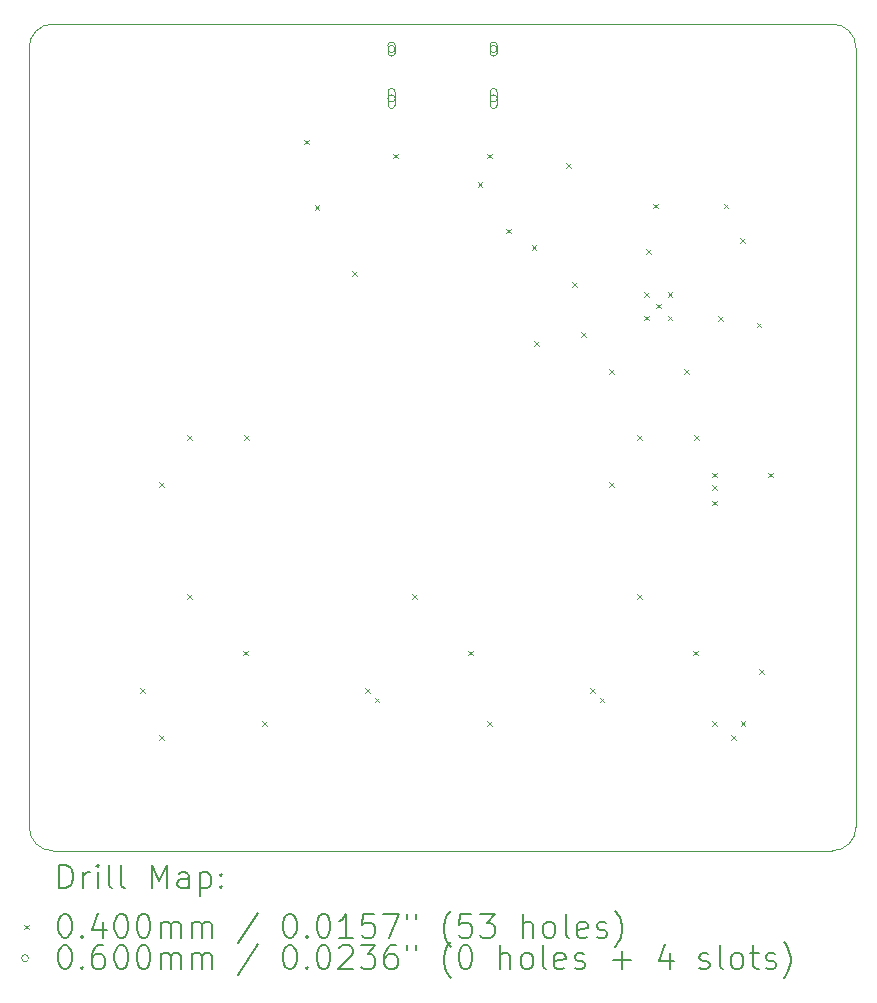
<source format=gbr>
%TF.GenerationSoftware,KiCad,Pcbnew,7.0.9*%
%TF.CreationDate,2023-11-15T15:13:36+00:00*%
%TF.ProjectId,analog,616e616c-6f67-42e6-9b69-6361645f7063,1*%
%TF.SameCoordinates,Original*%
%TF.FileFunction,Drillmap*%
%TF.FilePolarity,Positive*%
%FSLAX45Y45*%
G04 Gerber Fmt 4.5, Leading zero omitted, Abs format (unit mm)*
G04 Created by KiCad (PCBNEW 7.0.9) date 2023-11-15 15:13:36*
%MOMM*%
%LPD*%
G01*
G04 APERTURE LIST*
%ADD10C,0.100000*%
%ADD11C,0.200000*%
G04 APERTURE END LIST*
D10*
X8380000Y-1580000D02*
X1780000Y-1580000D01*
X8380000Y-8580000D02*
G75*
G03*
X8580000Y-8380000I-10J200010D01*
G01*
X8580000Y-1780000D02*
X8580000Y-8380000D01*
X8380000Y-8580000D02*
X1780000Y-8580000D01*
X1580000Y-8380000D02*
G75*
G03*
X1780000Y-8580000I199996J-4D01*
G01*
X1580000Y-8380000D02*
X1580000Y-1780000D01*
X1780000Y-1580000D02*
G75*
G03*
X1580000Y-1780000I0J-200000D01*
G01*
X8580000Y-1780000D02*
G75*
G03*
X8380000Y-1580000I-200000J0D01*
G01*
D11*
D10*
X2520000Y-7203125D02*
X2560000Y-7243125D01*
X2560000Y-7203125D02*
X2520000Y-7243125D01*
X2678750Y-5456875D02*
X2718750Y-5496875D01*
X2718750Y-5456875D02*
X2678750Y-5496875D01*
X2678750Y-7600000D02*
X2718750Y-7640000D01*
X2718750Y-7600000D02*
X2678750Y-7640000D01*
X2916873Y-5060000D02*
X2956873Y-5100000D01*
X2956873Y-5060000D02*
X2916873Y-5100000D01*
X2916875Y-6409375D02*
X2956875Y-6449375D01*
X2956875Y-6409375D02*
X2916875Y-6449375D01*
X3393125Y-6885625D02*
X3433125Y-6925625D01*
X3433125Y-6885625D02*
X3393125Y-6925625D01*
X3400000Y-5060000D02*
X3440000Y-5100000D01*
X3440000Y-5060000D02*
X3400000Y-5100000D01*
X3551875Y-7480000D02*
X3591875Y-7520000D01*
X3591875Y-7480000D02*
X3551875Y-7520000D01*
X3910000Y-2560000D02*
X3950000Y-2600000D01*
X3950000Y-2560000D02*
X3910000Y-2600000D01*
X3996250Y-3115000D02*
X4036250Y-3155000D01*
X4036250Y-3115000D02*
X3996250Y-3155000D01*
X4313750Y-3670625D02*
X4353750Y-3710625D01*
X4353750Y-3670625D02*
X4313750Y-3710625D01*
X4425000Y-7203125D02*
X4465000Y-7243125D01*
X4465000Y-7203125D02*
X4425000Y-7243125D01*
X4504375Y-7282500D02*
X4544375Y-7322500D01*
X4544375Y-7282500D02*
X4504375Y-7322500D01*
X4663125Y-2678750D02*
X4703125Y-2718750D01*
X4703125Y-2678750D02*
X4663125Y-2718750D01*
X4821875Y-6409375D02*
X4861875Y-6449375D01*
X4861875Y-6409375D02*
X4821875Y-6449375D01*
X5298125Y-6885625D02*
X5338125Y-6925625D01*
X5338125Y-6885625D02*
X5298125Y-6925625D01*
X5377500Y-2916875D02*
X5417500Y-2956875D01*
X5417500Y-2916875D02*
X5377500Y-2956875D01*
X5456875Y-2678750D02*
X5496875Y-2718750D01*
X5496875Y-2678750D02*
X5456875Y-2718750D01*
X5456875Y-7480000D02*
X5496875Y-7520000D01*
X5496875Y-7480000D02*
X5456875Y-7520000D01*
X5615625Y-3313750D02*
X5655625Y-3353750D01*
X5655625Y-3313750D02*
X5615625Y-3353750D01*
X5833907Y-3452655D02*
X5873907Y-3492655D01*
X5873907Y-3452655D02*
X5833907Y-3492655D01*
X5853750Y-4266250D02*
X5893750Y-4306250D01*
X5893750Y-4266250D02*
X5853750Y-4306250D01*
X6123625Y-2758125D02*
X6163625Y-2798125D01*
X6163625Y-2758125D02*
X6123625Y-2798125D01*
X6177065Y-3764341D02*
X6217065Y-3804341D01*
X6217065Y-3764341D02*
X6177065Y-3804341D01*
X6250625Y-4186875D02*
X6290625Y-4226875D01*
X6290625Y-4186875D02*
X6250625Y-4226875D01*
X6330000Y-7203125D02*
X6370000Y-7243125D01*
X6370000Y-7203125D02*
X6330000Y-7243125D01*
X6409375Y-7282500D02*
X6449375Y-7322500D01*
X6449375Y-7282500D02*
X6409375Y-7322500D01*
X6488750Y-4504375D02*
X6528750Y-4544375D01*
X6528750Y-4504375D02*
X6488750Y-4544375D01*
X6488750Y-5456875D02*
X6528750Y-5496875D01*
X6528750Y-5456875D02*
X6488750Y-5496875D01*
X6726875Y-6409375D02*
X6766875Y-6449375D01*
X6766875Y-6409375D02*
X6726875Y-6449375D01*
X6726876Y-5060000D02*
X6766876Y-5100000D01*
X6766876Y-5060000D02*
X6726876Y-5100000D01*
X6785625Y-3848750D02*
X6825625Y-3888750D01*
X6825625Y-3848750D02*
X6785625Y-3888750D01*
X6785625Y-4048750D02*
X6825625Y-4088750D01*
X6825625Y-4048750D02*
X6785625Y-4088750D01*
X6805625Y-3486138D02*
X6845625Y-3526138D01*
X6845625Y-3486138D02*
X6805625Y-3526138D01*
X6860000Y-3100000D02*
X6900000Y-3140000D01*
X6900000Y-3100000D02*
X6860000Y-3140000D01*
X6885625Y-3948750D02*
X6925625Y-3988750D01*
X6925625Y-3948750D02*
X6885625Y-3988750D01*
X6985625Y-3848750D02*
X7025625Y-3888750D01*
X7025625Y-3848750D02*
X6985625Y-3888750D01*
X6985625Y-4048750D02*
X7025625Y-4088750D01*
X7025625Y-4048750D02*
X6985625Y-4088750D01*
X7123750Y-4504375D02*
X7163750Y-4544375D01*
X7163750Y-4504375D02*
X7123750Y-4544375D01*
X7203125Y-6885625D02*
X7243125Y-6925625D01*
X7243125Y-6885625D02*
X7203125Y-6925625D01*
X7210000Y-5060000D02*
X7250000Y-5100000D01*
X7250000Y-5060000D02*
X7210000Y-5100000D01*
X7361875Y-5377500D02*
X7401875Y-5417500D01*
X7401875Y-5377500D02*
X7361875Y-5417500D01*
X7361875Y-5481710D02*
X7401875Y-5521710D01*
X7401875Y-5481710D02*
X7361875Y-5521710D01*
X7361875Y-5615625D02*
X7401875Y-5655625D01*
X7401875Y-5615625D02*
X7361875Y-5655625D01*
X7361875Y-7480000D02*
X7401875Y-7520000D01*
X7401875Y-7480000D02*
X7361875Y-7520000D01*
X7413001Y-4050968D02*
X7453001Y-4090968D01*
X7453001Y-4050968D02*
X7413001Y-4090968D01*
X7460000Y-3100000D02*
X7500000Y-3140000D01*
X7500000Y-3100000D02*
X7460000Y-3140000D01*
X7520625Y-7600000D02*
X7560625Y-7640000D01*
X7560625Y-7600000D02*
X7520625Y-7640000D01*
X7600000Y-3393125D02*
X7640000Y-3433125D01*
X7640000Y-3393125D02*
X7600000Y-3433125D01*
X7603404Y-7480000D02*
X7643404Y-7520000D01*
X7643404Y-7480000D02*
X7603404Y-7520000D01*
X7738908Y-4107499D02*
X7778908Y-4147499D01*
X7778908Y-4107499D02*
X7738908Y-4147499D01*
X7758750Y-7044375D02*
X7798750Y-7084375D01*
X7798750Y-7044375D02*
X7758750Y-7084375D01*
X7838125Y-5377500D02*
X7878125Y-5417500D01*
X7878125Y-5377500D02*
X7838125Y-5417500D01*
X4678000Y-1792500D02*
G75*
G03*
X4678000Y-1792500I-30000J0D01*
G01*
X4618000Y-1762500D02*
X4618000Y-1822500D01*
X4618000Y-1822500D02*
G75*
G03*
X4678000Y-1822500I30000J0D01*
G01*
X4678000Y-1822500D02*
X4678000Y-1762500D01*
X4678000Y-1762500D02*
G75*
G03*
X4618000Y-1762500I-30000J0D01*
G01*
X4678000Y-2210500D02*
G75*
G03*
X4678000Y-2210500I-30000J0D01*
G01*
X4618000Y-2155500D02*
X4618000Y-2265500D01*
X4618000Y-2265500D02*
G75*
G03*
X4678000Y-2265500I30000J0D01*
G01*
X4678000Y-2265500D02*
X4678000Y-2155500D01*
X4678000Y-2155500D02*
G75*
G03*
X4618000Y-2155500I-30000J0D01*
G01*
X5542000Y-1792500D02*
G75*
G03*
X5542000Y-1792500I-30000J0D01*
G01*
X5482000Y-1762500D02*
X5482000Y-1822500D01*
X5482000Y-1822500D02*
G75*
G03*
X5542000Y-1822500I30000J0D01*
G01*
X5542000Y-1822500D02*
X5542000Y-1762500D01*
X5542000Y-1762500D02*
G75*
G03*
X5482000Y-1762500I-30000J0D01*
G01*
X5542000Y-2210500D02*
G75*
G03*
X5542000Y-2210500I-30000J0D01*
G01*
X5482000Y-2155500D02*
X5482000Y-2265500D01*
X5482000Y-2265500D02*
G75*
G03*
X5542000Y-2265500I30000J0D01*
G01*
X5542000Y-2265500D02*
X5542000Y-2155500D01*
X5542000Y-2155500D02*
G75*
G03*
X5482000Y-2155500I-30000J0D01*
G01*
D11*
X1835777Y-8896484D02*
X1835777Y-8696484D01*
X1835777Y-8696484D02*
X1883396Y-8696484D01*
X1883396Y-8696484D02*
X1911967Y-8706008D01*
X1911967Y-8706008D02*
X1931015Y-8725055D01*
X1931015Y-8725055D02*
X1940539Y-8744103D01*
X1940539Y-8744103D02*
X1950062Y-8782198D01*
X1950062Y-8782198D02*
X1950062Y-8810770D01*
X1950062Y-8810770D02*
X1940539Y-8848865D01*
X1940539Y-8848865D02*
X1931015Y-8867912D01*
X1931015Y-8867912D02*
X1911967Y-8886960D01*
X1911967Y-8886960D02*
X1883396Y-8896484D01*
X1883396Y-8896484D02*
X1835777Y-8896484D01*
X2035777Y-8896484D02*
X2035777Y-8763150D01*
X2035777Y-8801246D02*
X2045301Y-8782198D01*
X2045301Y-8782198D02*
X2054824Y-8772674D01*
X2054824Y-8772674D02*
X2073872Y-8763150D01*
X2073872Y-8763150D02*
X2092920Y-8763150D01*
X2159586Y-8896484D02*
X2159586Y-8763150D01*
X2159586Y-8696484D02*
X2150063Y-8706008D01*
X2150063Y-8706008D02*
X2159586Y-8715531D01*
X2159586Y-8715531D02*
X2169110Y-8706008D01*
X2169110Y-8706008D02*
X2159586Y-8696484D01*
X2159586Y-8696484D02*
X2159586Y-8715531D01*
X2283396Y-8896484D02*
X2264348Y-8886960D01*
X2264348Y-8886960D02*
X2254824Y-8867912D01*
X2254824Y-8867912D02*
X2254824Y-8696484D01*
X2388158Y-8896484D02*
X2369110Y-8886960D01*
X2369110Y-8886960D02*
X2359586Y-8867912D01*
X2359586Y-8867912D02*
X2359586Y-8696484D01*
X2616729Y-8896484D02*
X2616729Y-8696484D01*
X2616729Y-8696484D02*
X2683396Y-8839341D01*
X2683396Y-8839341D02*
X2750063Y-8696484D01*
X2750063Y-8696484D02*
X2750063Y-8896484D01*
X2931015Y-8896484D02*
X2931015Y-8791722D01*
X2931015Y-8791722D02*
X2921491Y-8772674D01*
X2921491Y-8772674D02*
X2902443Y-8763150D01*
X2902443Y-8763150D02*
X2864348Y-8763150D01*
X2864348Y-8763150D02*
X2845301Y-8772674D01*
X2931015Y-8886960D02*
X2911967Y-8896484D01*
X2911967Y-8896484D02*
X2864348Y-8896484D01*
X2864348Y-8896484D02*
X2845301Y-8886960D01*
X2845301Y-8886960D02*
X2835777Y-8867912D01*
X2835777Y-8867912D02*
X2835777Y-8848865D01*
X2835777Y-8848865D02*
X2845301Y-8829817D01*
X2845301Y-8829817D02*
X2864348Y-8820293D01*
X2864348Y-8820293D02*
X2911967Y-8820293D01*
X2911967Y-8820293D02*
X2931015Y-8810770D01*
X3026253Y-8763150D02*
X3026253Y-8963150D01*
X3026253Y-8772674D02*
X3045301Y-8763150D01*
X3045301Y-8763150D02*
X3083396Y-8763150D01*
X3083396Y-8763150D02*
X3102443Y-8772674D01*
X3102443Y-8772674D02*
X3111967Y-8782198D01*
X3111967Y-8782198D02*
X3121491Y-8801246D01*
X3121491Y-8801246D02*
X3121491Y-8858389D01*
X3121491Y-8858389D02*
X3111967Y-8877436D01*
X3111967Y-8877436D02*
X3102443Y-8886960D01*
X3102443Y-8886960D02*
X3083396Y-8896484D01*
X3083396Y-8896484D02*
X3045301Y-8896484D01*
X3045301Y-8896484D02*
X3026253Y-8886960D01*
X3207205Y-8877436D02*
X3216729Y-8886960D01*
X3216729Y-8886960D02*
X3207205Y-8896484D01*
X3207205Y-8896484D02*
X3197682Y-8886960D01*
X3197682Y-8886960D02*
X3207205Y-8877436D01*
X3207205Y-8877436D02*
X3207205Y-8896484D01*
X3207205Y-8772674D02*
X3216729Y-8782198D01*
X3216729Y-8782198D02*
X3207205Y-8791722D01*
X3207205Y-8791722D02*
X3197682Y-8782198D01*
X3197682Y-8782198D02*
X3207205Y-8772674D01*
X3207205Y-8772674D02*
X3207205Y-8791722D01*
D10*
X1535000Y-9205000D02*
X1575000Y-9245000D01*
X1575000Y-9205000D02*
X1535000Y-9245000D01*
D11*
X1873872Y-9116484D02*
X1892920Y-9116484D01*
X1892920Y-9116484D02*
X1911967Y-9126008D01*
X1911967Y-9126008D02*
X1921491Y-9135531D01*
X1921491Y-9135531D02*
X1931015Y-9154579D01*
X1931015Y-9154579D02*
X1940539Y-9192674D01*
X1940539Y-9192674D02*
X1940539Y-9240293D01*
X1940539Y-9240293D02*
X1931015Y-9278389D01*
X1931015Y-9278389D02*
X1921491Y-9297436D01*
X1921491Y-9297436D02*
X1911967Y-9306960D01*
X1911967Y-9306960D02*
X1892920Y-9316484D01*
X1892920Y-9316484D02*
X1873872Y-9316484D01*
X1873872Y-9316484D02*
X1854824Y-9306960D01*
X1854824Y-9306960D02*
X1845301Y-9297436D01*
X1845301Y-9297436D02*
X1835777Y-9278389D01*
X1835777Y-9278389D02*
X1826253Y-9240293D01*
X1826253Y-9240293D02*
X1826253Y-9192674D01*
X1826253Y-9192674D02*
X1835777Y-9154579D01*
X1835777Y-9154579D02*
X1845301Y-9135531D01*
X1845301Y-9135531D02*
X1854824Y-9126008D01*
X1854824Y-9126008D02*
X1873872Y-9116484D01*
X2026253Y-9297436D02*
X2035777Y-9306960D01*
X2035777Y-9306960D02*
X2026253Y-9316484D01*
X2026253Y-9316484D02*
X2016729Y-9306960D01*
X2016729Y-9306960D02*
X2026253Y-9297436D01*
X2026253Y-9297436D02*
X2026253Y-9316484D01*
X2207205Y-9183150D02*
X2207205Y-9316484D01*
X2159586Y-9106960D02*
X2111967Y-9249817D01*
X2111967Y-9249817D02*
X2235777Y-9249817D01*
X2350063Y-9116484D02*
X2369110Y-9116484D01*
X2369110Y-9116484D02*
X2388158Y-9126008D01*
X2388158Y-9126008D02*
X2397682Y-9135531D01*
X2397682Y-9135531D02*
X2407205Y-9154579D01*
X2407205Y-9154579D02*
X2416729Y-9192674D01*
X2416729Y-9192674D02*
X2416729Y-9240293D01*
X2416729Y-9240293D02*
X2407205Y-9278389D01*
X2407205Y-9278389D02*
X2397682Y-9297436D01*
X2397682Y-9297436D02*
X2388158Y-9306960D01*
X2388158Y-9306960D02*
X2369110Y-9316484D01*
X2369110Y-9316484D02*
X2350063Y-9316484D01*
X2350063Y-9316484D02*
X2331015Y-9306960D01*
X2331015Y-9306960D02*
X2321491Y-9297436D01*
X2321491Y-9297436D02*
X2311967Y-9278389D01*
X2311967Y-9278389D02*
X2302444Y-9240293D01*
X2302444Y-9240293D02*
X2302444Y-9192674D01*
X2302444Y-9192674D02*
X2311967Y-9154579D01*
X2311967Y-9154579D02*
X2321491Y-9135531D01*
X2321491Y-9135531D02*
X2331015Y-9126008D01*
X2331015Y-9126008D02*
X2350063Y-9116484D01*
X2540539Y-9116484D02*
X2559586Y-9116484D01*
X2559586Y-9116484D02*
X2578634Y-9126008D01*
X2578634Y-9126008D02*
X2588158Y-9135531D01*
X2588158Y-9135531D02*
X2597682Y-9154579D01*
X2597682Y-9154579D02*
X2607205Y-9192674D01*
X2607205Y-9192674D02*
X2607205Y-9240293D01*
X2607205Y-9240293D02*
X2597682Y-9278389D01*
X2597682Y-9278389D02*
X2588158Y-9297436D01*
X2588158Y-9297436D02*
X2578634Y-9306960D01*
X2578634Y-9306960D02*
X2559586Y-9316484D01*
X2559586Y-9316484D02*
X2540539Y-9316484D01*
X2540539Y-9316484D02*
X2521491Y-9306960D01*
X2521491Y-9306960D02*
X2511967Y-9297436D01*
X2511967Y-9297436D02*
X2502444Y-9278389D01*
X2502444Y-9278389D02*
X2492920Y-9240293D01*
X2492920Y-9240293D02*
X2492920Y-9192674D01*
X2492920Y-9192674D02*
X2502444Y-9154579D01*
X2502444Y-9154579D02*
X2511967Y-9135531D01*
X2511967Y-9135531D02*
X2521491Y-9126008D01*
X2521491Y-9126008D02*
X2540539Y-9116484D01*
X2692920Y-9316484D02*
X2692920Y-9183150D01*
X2692920Y-9202198D02*
X2702444Y-9192674D01*
X2702444Y-9192674D02*
X2721491Y-9183150D01*
X2721491Y-9183150D02*
X2750063Y-9183150D01*
X2750063Y-9183150D02*
X2769110Y-9192674D01*
X2769110Y-9192674D02*
X2778634Y-9211722D01*
X2778634Y-9211722D02*
X2778634Y-9316484D01*
X2778634Y-9211722D02*
X2788158Y-9192674D01*
X2788158Y-9192674D02*
X2807205Y-9183150D01*
X2807205Y-9183150D02*
X2835777Y-9183150D01*
X2835777Y-9183150D02*
X2854824Y-9192674D01*
X2854824Y-9192674D02*
X2864348Y-9211722D01*
X2864348Y-9211722D02*
X2864348Y-9316484D01*
X2959586Y-9316484D02*
X2959586Y-9183150D01*
X2959586Y-9202198D02*
X2969110Y-9192674D01*
X2969110Y-9192674D02*
X2988158Y-9183150D01*
X2988158Y-9183150D02*
X3016729Y-9183150D01*
X3016729Y-9183150D02*
X3035777Y-9192674D01*
X3035777Y-9192674D02*
X3045301Y-9211722D01*
X3045301Y-9211722D02*
X3045301Y-9316484D01*
X3045301Y-9211722D02*
X3054824Y-9192674D01*
X3054824Y-9192674D02*
X3073872Y-9183150D01*
X3073872Y-9183150D02*
X3102443Y-9183150D01*
X3102443Y-9183150D02*
X3121491Y-9192674D01*
X3121491Y-9192674D02*
X3131015Y-9211722D01*
X3131015Y-9211722D02*
X3131015Y-9316484D01*
X3521491Y-9106960D02*
X3350063Y-9364103D01*
X3778634Y-9116484D02*
X3797682Y-9116484D01*
X3797682Y-9116484D02*
X3816729Y-9126008D01*
X3816729Y-9126008D02*
X3826253Y-9135531D01*
X3826253Y-9135531D02*
X3835777Y-9154579D01*
X3835777Y-9154579D02*
X3845301Y-9192674D01*
X3845301Y-9192674D02*
X3845301Y-9240293D01*
X3845301Y-9240293D02*
X3835777Y-9278389D01*
X3835777Y-9278389D02*
X3826253Y-9297436D01*
X3826253Y-9297436D02*
X3816729Y-9306960D01*
X3816729Y-9306960D02*
X3797682Y-9316484D01*
X3797682Y-9316484D02*
X3778634Y-9316484D01*
X3778634Y-9316484D02*
X3759586Y-9306960D01*
X3759586Y-9306960D02*
X3750063Y-9297436D01*
X3750063Y-9297436D02*
X3740539Y-9278389D01*
X3740539Y-9278389D02*
X3731015Y-9240293D01*
X3731015Y-9240293D02*
X3731015Y-9192674D01*
X3731015Y-9192674D02*
X3740539Y-9154579D01*
X3740539Y-9154579D02*
X3750063Y-9135531D01*
X3750063Y-9135531D02*
X3759586Y-9126008D01*
X3759586Y-9126008D02*
X3778634Y-9116484D01*
X3931015Y-9297436D02*
X3940539Y-9306960D01*
X3940539Y-9306960D02*
X3931015Y-9316484D01*
X3931015Y-9316484D02*
X3921491Y-9306960D01*
X3921491Y-9306960D02*
X3931015Y-9297436D01*
X3931015Y-9297436D02*
X3931015Y-9316484D01*
X4064348Y-9116484D02*
X4083396Y-9116484D01*
X4083396Y-9116484D02*
X4102444Y-9126008D01*
X4102444Y-9126008D02*
X4111967Y-9135531D01*
X4111967Y-9135531D02*
X4121491Y-9154579D01*
X4121491Y-9154579D02*
X4131015Y-9192674D01*
X4131015Y-9192674D02*
X4131015Y-9240293D01*
X4131015Y-9240293D02*
X4121491Y-9278389D01*
X4121491Y-9278389D02*
X4111967Y-9297436D01*
X4111967Y-9297436D02*
X4102444Y-9306960D01*
X4102444Y-9306960D02*
X4083396Y-9316484D01*
X4083396Y-9316484D02*
X4064348Y-9316484D01*
X4064348Y-9316484D02*
X4045301Y-9306960D01*
X4045301Y-9306960D02*
X4035777Y-9297436D01*
X4035777Y-9297436D02*
X4026253Y-9278389D01*
X4026253Y-9278389D02*
X4016729Y-9240293D01*
X4016729Y-9240293D02*
X4016729Y-9192674D01*
X4016729Y-9192674D02*
X4026253Y-9154579D01*
X4026253Y-9154579D02*
X4035777Y-9135531D01*
X4035777Y-9135531D02*
X4045301Y-9126008D01*
X4045301Y-9126008D02*
X4064348Y-9116484D01*
X4321491Y-9316484D02*
X4207206Y-9316484D01*
X4264348Y-9316484D02*
X4264348Y-9116484D01*
X4264348Y-9116484D02*
X4245301Y-9145055D01*
X4245301Y-9145055D02*
X4226253Y-9164103D01*
X4226253Y-9164103D02*
X4207206Y-9173627D01*
X4502444Y-9116484D02*
X4407206Y-9116484D01*
X4407206Y-9116484D02*
X4397682Y-9211722D01*
X4397682Y-9211722D02*
X4407206Y-9202198D01*
X4407206Y-9202198D02*
X4426253Y-9192674D01*
X4426253Y-9192674D02*
X4473872Y-9192674D01*
X4473872Y-9192674D02*
X4492920Y-9202198D01*
X4492920Y-9202198D02*
X4502444Y-9211722D01*
X4502444Y-9211722D02*
X4511968Y-9230770D01*
X4511968Y-9230770D02*
X4511968Y-9278389D01*
X4511968Y-9278389D02*
X4502444Y-9297436D01*
X4502444Y-9297436D02*
X4492920Y-9306960D01*
X4492920Y-9306960D02*
X4473872Y-9316484D01*
X4473872Y-9316484D02*
X4426253Y-9316484D01*
X4426253Y-9316484D02*
X4407206Y-9306960D01*
X4407206Y-9306960D02*
X4397682Y-9297436D01*
X4578634Y-9116484D02*
X4711968Y-9116484D01*
X4711968Y-9116484D02*
X4626253Y-9316484D01*
X4778634Y-9116484D02*
X4778634Y-9154579D01*
X4854825Y-9116484D02*
X4854825Y-9154579D01*
X5150063Y-9392674D02*
X5140539Y-9383150D01*
X5140539Y-9383150D02*
X5121491Y-9354579D01*
X5121491Y-9354579D02*
X5111968Y-9335531D01*
X5111968Y-9335531D02*
X5102444Y-9306960D01*
X5102444Y-9306960D02*
X5092920Y-9259341D01*
X5092920Y-9259341D02*
X5092920Y-9221246D01*
X5092920Y-9221246D02*
X5102444Y-9173627D01*
X5102444Y-9173627D02*
X5111968Y-9145055D01*
X5111968Y-9145055D02*
X5121491Y-9126008D01*
X5121491Y-9126008D02*
X5140539Y-9097436D01*
X5140539Y-9097436D02*
X5150063Y-9087912D01*
X5321491Y-9116484D02*
X5226253Y-9116484D01*
X5226253Y-9116484D02*
X5216730Y-9211722D01*
X5216730Y-9211722D02*
X5226253Y-9202198D01*
X5226253Y-9202198D02*
X5245301Y-9192674D01*
X5245301Y-9192674D02*
X5292920Y-9192674D01*
X5292920Y-9192674D02*
X5311968Y-9202198D01*
X5311968Y-9202198D02*
X5321491Y-9211722D01*
X5321491Y-9211722D02*
X5331015Y-9230770D01*
X5331015Y-9230770D02*
X5331015Y-9278389D01*
X5331015Y-9278389D02*
X5321491Y-9297436D01*
X5321491Y-9297436D02*
X5311968Y-9306960D01*
X5311968Y-9306960D02*
X5292920Y-9316484D01*
X5292920Y-9316484D02*
X5245301Y-9316484D01*
X5245301Y-9316484D02*
X5226253Y-9306960D01*
X5226253Y-9306960D02*
X5216730Y-9297436D01*
X5397682Y-9116484D02*
X5521491Y-9116484D01*
X5521491Y-9116484D02*
X5454825Y-9192674D01*
X5454825Y-9192674D02*
X5483396Y-9192674D01*
X5483396Y-9192674D02*
X5502444Y-9202198D01*
X5502444Y-9202198D02*
X5511968Y-9211722D01*
X5511968Y-9211722D02*
X5521491Y-9230770D01*
X5521491Y-9230770D02*
X5521491Y-9278389D01*
X5521491Y-9278389D02*
X5511968Y-9297436D01*
X5511968Y-9297436D02*
X5502444Y-9306960D01*
X5502444Y-9306960D02*
X5483396Y-9316484D01*
X5483396Y-9316484D02*
X5426253Y-9316484D01*
X5426253Y-9316484D02*
X5407206Y-9306960D01*
X5407206Y-9306960D02*
X5397682Y-9297436D01*
X5759587Y-9316484D02*
X5759587Y-9116484D01*
X5845301Y-9316484D02*
X5845301Y-9211722D01*
X5845301Y-9211722D02*
X5835777Y-9192674D01*
X5835777Y-9192674D02*
X5816730Y-9183150D01*
X5816730Y-9183150D02*
X5788158Y-9183150D01*
X5788158Y-9183150D02*
X5769110Y-9192674D01*
X5769110Y-9192674D02*
X5759587Y-9202198D01*
X5969110Y-9316484D02*
X5950063Y-9306960D01*
X5950063Y-9306960D02*
X5940539Y-9297436D01*
X5940539Y-9297436D02*
X5931015Y-9278389D01*
X5931015Y-9278389D02*
X5931015Y-9221246D01*
X5931015Y-9221246D02*
X5940539Y-9202198D01*
X5940539Y-9202198D02*
X5950063Y-9192674D01*
X5950063Y-9192674D02*
X5969110Y-9183150D01*
X5969110Y-9183150D02*
X5997682Y-9183150D01*
X5997682Y-9183150D02*
X6016730Y-9192674D01*
X6016730Y-9192674D02*
X6026253Y-9202198D01*
X6026253Y-9202198D02*
X6035777Y-9221246D01*
X6035777Y-9221246D02*
X6035777Y-9278389D01*
X6035777Y-9278389D02*
X6026253Y-9297436D01*
X6026253Y-9297436D02*
X6016730Y-9306960D01*
X6016730Y-9306960D02*
X5997682Y-9316484D01*
X5997682Y-9316484D02*
X5969110Y-9316484D01*
X6150063Y-9316484D02*
X6131015Y-9306960D01*
X6131015Y-9306960D02*
X6121491Y-9287912D01*
X6121491Y-9287912D02*
X6121491Y-9116484D01*
X6302444Y-9306960D02*
X6283396Y-9316484D01*
X6283396Y-9316484D02*
X6245301Y-9316484D01*
X6245301Y-9316484D02*
X6226253Y-9306960D01*
X6226253Y-9306960D02*
X6216730Y-9287912D01*
X6216730Y-9287912D02*
X6216730Y-9211722D01*
X6216730Y-9211722D02*
X6226253Y-9192674D01*
X6226253Y-9192674D02*
X6245301Y-9183150D01*
X6245301Y-9183150D02*
X6283396Y-9183150D01*
X6283396Y-9183150D02*
X6302444Y-9192674D01*
X6302444Y-9192674D02*
X6311968Y-9211722D01*
X6311968Y-9211722D02*
X6311968Y-9230770D01*
X6311968Y-9230770D02*
X6216730Y-9249817D01*
X6388158Y-9306960D02*
X6407206Y-9316484D01*
X6407206Y-9316484D02*
X6445301Y-9316484D01*
X6445301Y-9316484D02*
X6464349Y-9306960D01*
X6464349Y-9306960D02*
X6473872Y-9287912D01*
X6473872Y-9287912D02*
X6473872Y-9278389D01*
X6473872Y-9278389D02*
X6464349Y-9259341D01*
X6464349Y-9259341D02*
X6445301Y-9249817D01*
X6445301Y-9249817D02*
X6416730Y-9249817D01*
X6416730Y-9249817D02*
X6397682Y-9240293D01*
X6397682Y-9240293D02*
X6388158Y-9221246D01*
X6388158Y-9221246D02*
X6388158Y-9211722D01*
X6388158Y-9211722D02*
X6397682Y-9192674D01*
X6397682Y-9192674D02*
X6416730Y-9183150D01*
X6416730Y-9183150D02*
X6445301Y-9183150D01*
X6445301Y-9183150D02*
X6464349Y-9192674D01*
X6540539Y-9392674D02*
X6550063Y-9383150D01*
X6550063Y-9383150D02*
X6569111Y-9354579D01*
X6569111Y-9354579D02*
X6578634Y-9335531D01*
X6578634Y-9335531D02*
X6588158Y-9306960D01*
X6588158Y-9306960D02*
X6597682Y-9259341D01*
X6597682Y-9259341D02*
X6597682Y-9221246D01*
X6597682Y-9221246D02*
X6588158Y-9173627D01*
X6588158Y-9173627D02*
X6578634Y-9145055D01*
X6578634Y-9145055D02*
X6569111Y-9126008D01*
X6569111Y-9126008D02*
X6550063Y-9097436D01*
X6550063Y-9097436D02*
X6540539Y-9087912D01*
D10*
X1575000Y-9489000D02*
G75*
G03*
X1575000Y-9489000I-30000J0D01*
G01*
D11*
X1873872Y-9380484D02*
X1892920Y-9380484D01*
X1892920Y-9380484D02*
X1911967Y-9390008D01*
X1911967Y-9390008D02*
X1921491Y-9399531D01*
X1921491Y-9399531D02*
X1931015Y-9418579D01*
X1931015Y-9418579D02*
X1940539Y-9456674D01*
X1940539Y-9456674D02*
X1940539Y-9504293D01*
X1940539Y-9504293D02*
X1931015Y-9542389D01*
X1931015Y-9542389D02*
X1921491Y-9561436D01*
X1921491Y-9561436D02*
X1911967Y-9570960D01*
X1911967Y-9570960D02*
X1892920Y-9580484D01*
X1892920Y-9580484D02*
X1873872Y-9580484D01*
X1873872Y-9580484D02*
X1854824Y-9570960D01*
X1854824Y-9570960D02*
X1845301Y-9561436D01*
X1845301Y-9561436D02*
X1835777Y-9542389D01*
X1835777Y-9542389D02*
X1826253Y-9504293D01*
X1826253Y-9504293D02*
X1826253Y-9456674D01*
X1826253Y-9456674D02*
X1835777Y-9418579D01*
X1835777Y-9418579D02*
X1845301Y-9399531D01*
X1845301Y-9399531D02*
X1854824Y-9390008D01*
X1854824Y-9390008D02*
X1873872Y-9380484D01*
X2026253Y-9561436D02*
X2035777Y-9570960D01*
X2035777Y-9570960D02*
X2026253Y-9580484D01*
X2026253Y-9580484D02*
X2016729Y-9570960D01*
X2016729Y-9570960D02*
X2026253Y-9561436D01*
X2026253Y-9561436D02*
X2026253Y-9580484D01*
X2207205Y-9380484D02*
X2169110Y-9380484D01*
X2169110Y-9380484D02*
X2150063Y-9390008D01*
X2150063Y-9390008D02*
X2140539Y-9399531D01*
X2140539Y-9399531D02*
X2121491Y-9428103D01*
X2121491Y-9428103D02*
X2111967Y-9466198D01*
X2111967Y-9466198D02*
X2111967Y-9542389D01*
X2111967Y-9542389D02*
X2121491Y-9561436D01*
X2121491Y-9561436D02*
X2131015Y-9570960D01*
X2131015Y-9570960D02*
X2150063Y-9580484D01*
X2150063Y-9580484D02*
X2188158Y-9580484D01*
X2188158Y-9580484D02*
X2207205Y-9570960D01*
X2207205Y-9570960D02*
X2216729Y-9561436D01*
X2216729Y-9561436D02*
X2226253Y-9542389D01*
X2226253Y-9542389D02*
X2226253Y-9494770D01*
X2226253Y-9494770D02*
X2216729Y-9475722D01*
X2216729Y-9475722D02*
X2207205Y-9466198D01*
X2207205Y-9466198D02*
X2188158Y-9456674D01*
X2188158Y-9456674D02*
X2150063Y-9456674D01*
X2150063Y-9456674D02*
X2131015Y-9466198D01*
X2131015Y-9466198D02*
X2121491Y-9475722D01*
X2121491Y-9475722D02*
X2111967Y-9494770D01*
X2350063Y-9380484D02*
X2369110Y-9380484D01*
X2369110Y-9380484D02*
X2388158Y-9390008D01*
X2388158Y-9390008D02*
X2397682Y-9399531D01*
X2397682Y-9399531D02*
X2407205Y-9418579D01*
X2407205Y-9418579D02*
X2416729Y-9456674D01*
X2416729Y-9456674D02*
X2416729Y-9504293D01*
X2416729Y-9504293D02*
X2407205Y-9542389D01*
X2407205Y-9542389D02*
X2397682Y-9561436D01*
X2397682Y-9561436D02*
X2388158Y-9570960D01*
X2388158Y-9570960D02*
X2369110Y-9580484D01*
X2369110Y-9580484D02*
X2350063Y-9580484D01*
X2350063Y-9580484D02*
X2331015Y-9570960D01*
X2331015Y-9570960D02*
X2321491Y-9561436D01*
X2321491Y-9561436D02*
X2311967Y-9542389D01*
X2311967Y-9542389D02*
X2302444Y-9504293D01*
X2302444Y-9504293D02*
X2302444Y-9456674D01*
X2302444Y-9456674D02*
X2311967Y-9418579D01*
X2311967Y-9418579D02*
X2321491Y-9399531D01*
X2321491Y-9399531D02*
X2331015Y-9390008D01*
X2331015Y-9390008D02*
X2350063Y-9380484D01*
X2540539Y-9380484D02*
X2559586Y-9380484D01*
X2559586Y-9380484D02*
X2578634Y-9390008D01*
X2578634Y-9390008D02*
X2588158Y-9399531D01*
X2588158Y-9399531D02*
X2597682Y-9418579D01*
X2597682Y-9418579D02*
X2607205Y-9456674D01*
X2607205Y-9456674D02*
X2607205Y-9504293D01*
X2607205Y-9504293D02*
X2597682Y-9542389D01*
X2597682Y-9542389D02*
X2588158Y-9561436D01*
X2588158Y-9561436D02*
X2578634Y-9570960D01*
X2578634Y-9570960D02*
X2559586Y-9580484D01*
X2559586Y-9580484D02*
X2540539Y-9580484D01*
X2540539Y-9580484D02*
X2521491Y-9570960D01*
X2521491Y-9570960D02*
X2511967Y-9561436D01*
X2511967Y-9561436D02*
X2502444Y-9542389D01*
X2502444Y-9542389D02*
X2492920Y-9504293D01*
X2492920Y-9504293D02*
X2492920Y-9456674D01*
X2492920Y-9456674D02*
X2502444Y-9418579D01*
X2502444Y-9418579D02*
X2511967Y-9399531D01*
X2511967Y-9399531D02*
X2521491Y-9390008D01*
X2521491Y-9390008D02*
X2540539Y-9380484D01*
X2692920Y-9580484D02*
X2692920Y-9447150D01*
X2692920Y-9466198D02*
X2702444Y-9456674D01*
X2702444Y-9456674D02*
X2721491Y-9447150D01*
X2721491Y-9447150D02*
X2750063Y-9447150D01*
X2750063Y-9447150D02*
X2769110Y-9456674D01*
X2769110Y-9456674D02*
X2778634Y-9475722D01*
X2778634Y-9475722D02*
X2778634Y-9580484D01*
X2778634Y-9475722D02*
X2788158Y-9456674D01*
X2788158Y-9456674D02*
X2807205Y-9447150D01*
X2807205Y-9447150D02*
X2835777Y-9447150D01*
X2835777Y-9447150D02*
X2854824Y-9456674D01*
X2854824Y-9456674D02*
X2864348Y-9475722D01*
X2864348Y-9475722D02*
X2864348Y-9580484D01*
X2959586Y-9580484D02*
X2959586Y-9447150D01*
X2959586Y-9466198D02*
X2969110Y-9456674D01*
X2969110Y-9456674D02*
X2988158Y-9447150D01*
X2988158Y-9447150D02*
X3016729Y-9447150D01*
X3016729Y-9447150D02*
X3035777Y-9456674D01*
X3035777Y-9456674D02*
X3045301Y-9475722D01*
X3045301Y-9475722D02*
X3045301Y-9580484D01*
X3045301Y-9475722D02*
X3054824Y-9456674D01*
X3054824Y-9456674D02*
X3073872Y-9447150D01*
X3073872Y-9447150D02*
X3102443Y-9447150D01*
X3102443Y-9447150D02*
X3121491Y-9456674D01*
X3121491Y-9456674D02*
X3131015Y-9475722D01*
X3131015Y-9475722D02*
X3131015Y-9580484D01*
X3521491Y-9370960D02*
X3350063Y-9628103D01*
X3778634Y-9380484D02*
X3797682Y-9380484D01*
X3797682Y-9380484D02*
X3816729Y-9390008D01*
X3816729Y-9390008D02*
X3826253Y-9399531D01*
X3826253Y-9399531D02*
X3835777Y-9418579D01*
X3835777Y-9418579D02*
X3845301Y-9456674D01*
X3845301Y-9456674D02*
X3845301Y-9504293D01*
X3845301Y-9504293D02*
X3835777Y-9542389D01*
X3835777Y-9542389D02*
X3826253Y-9561436D01*
X3826253Y-9561436D02*
X3816729Y-9570960D01*
X3816729Y-9570960D02*
X3797682Y-9580484D01*
X3797682Y-9580484D02*
X3778634Y-9580484D01*
X3778634Y-9580484D02*
X3759586Y-9570960D01*
X3759586Y-9570960D02*
X3750063Y-9561436D01*
X3750063Y-9561436D02*
X3740539Y-9542389D01*
X3740539Y-9542389D02*
X3731015Y-9504293D01*
X3731015Y-9504293D02*
X3731015Y-9456674D01*
X3731015Y-9456674D02*
X3740539Y-9418579D01*
X3740539Y-9418579D02*
X3750063Y-9399531D01*
X3750063Y-9399531D02*
X3759586Y-9390008D01*
X3759586Y-9390008D02*
X3778634Y-9380484D01*
X3931015Y-9561436D02*
X3940539Y-9570960D01*
X3940539Y-9570960D02*
X3931015Y-9580484D01*
X3931015Y-9580484D02*
X3921491Y-9570960D01*
X3921491Y-9570960D02*
X3931015Y-9561436D01*
X3931015Y-9561436D02*
X3931015Y-9580484D01*
X4064348Y-9380484D02*
X4083396Y-9380484D01*
X4083396Y-9380484D02*
X4102444Y-9390008D01*
X4102444Y-9390008D02*
X4111967Y-9399531D01*
X4111967Y-9399531D02*
X4121491Y-9418579D01*
X4121491Y-9418579D02*
X4131015Y-9456674D01*
X4131015Y-9456674D02*
X4131015Y-9504293D01*
X4131015Y-9504293D02*
X4121491Y-9542389D01*
X4121491Y-9542389D02*
X4111967Y-9561436D01*
X4111967Y-9561436D02*
X4102444Y-9570960D01*
X4102444Y-9570960D02*
X4083396Y-9580484D01*
X4083396Y-9580484D02*
X4064348Y-9580484D01*
X4064348Y-9580484D02*
X4045301Y-9570960D01*
X4045301Y-9570960D02*
X4035777Y-9561436D01*
X4035777Y-9561436D02*
X4026253Y-9542389D01*
X4026253Y-9542389D02*
X4016729Y-9504293D01*
X4016729Y-9504293D02*
X4016729Y-9456674D01*
X4016729Y-9456674D02*
X4026253Y-9418579D01*
X4026253Y-9418579D02*
X4035777Y-9399531D01*
X4035777Y-9399531D02*
X4045301Y-9390008D01*
X4045301Y-9390008D02*
X4064348Y-9380484D01*
X4207206Y-9399531D02*
X4216729Y-9390008D01*
X4216729Y-9390008D02*
X4235777Y-9380484D01*
X4235777Y-9380484D02*
X4283396Y-9380484D01*
X4283396Y-9380484D02*
X4302444Y-9390008D01*
X4302444Y-9390008D02*
X4311968Y-9399531D01*
X4311968Y-9399531D02*
X4321491Y-9418579D01*
X4321491Y-9418579D02*
X4321491Y-9437627D01*
X4321491Y-9437627D02*
X4311968Y-9466198D01*
X4311968Y-9466198D02*
X4197682Y-9580484D01*
X4197682Y-9580484D02*
X4321491Y-9580484D01*
X4388158Y-9380484D02*
X4511968Y-9380484D01*
X4511968Y-9380484D02*
X4445301Y-9456674D01*
X4445301Y-9456674D02*
X4473872Y-9456674D01*
X4473872Y-9456674D02*
X4492920Y-9466198D01*
X4492920Y-9466198D02*
X4502444Y-9475722D01*
X4502444Y-9475722D02*
X4511968Y-9494770D01*
X4511968Y-9494770D02*
X4511968Y-9542389D01*
X4511968Y-9542389D02*
X4502444Y-9561436D01*
X4502444Y-9561436D02*
X4492920Y-9570960D01*
X4492920Y-9570960D02*
X4473872Y-9580484D01*
X4473872Y-9580484D02*
X4416729Y-9580484D01*
X4416729Y-9580484D02*
X4397682Y-9570960D01*
X4397682Y-9570960D02*
X4388158Y-9561436D01*
X4683396Y-9380484D02*
X4645301Y-9380484D01*
X4645301Y-9380484D02*
X4626253Y-9390008D01*
X4626253Y-9390008D02*
X4616729Y-9399531D01*
X4616729Y-9399531D02*
X4597682Y-9428103D01*
X4597682Y-9428103D02*
X4588158Y-9466198D01*
X4588158Y-9466198D02*
X4588158Y-9542389D01*
X4588158Y-9542389D02*
X4597682Y-9561436D01*
X4597682Y-9561436D02*
X4607206Y-9570960D01*
X4607206Y-9570960D02*
X4626253Y-9580484D01*
X4626253Y-9580484D02*
X4664349Y-9580484D01*
X4664349Y-9580484D02*
X4683396Y-9570960D01*
X4683396Y-9570960D02*
X4692920Y-9561436D01*
X4692920Y-9561436D02*
X4702444Y-9542389D01*
X4702444Y-9542389D02*
X4702444Y-9494770D01*
X4702444Y-9494770D02*
X4692920Y-9475722D01*
X4692920Y-9475722D02*
X4683396Y-9466198D01*
X4683396Y-9466198D02*
X4664349Y-9456674D01*
X4664349Y-9456674D02*
X4626253Y-9456674D01*
X4626253Y-9456674D02*
X4607206Y-9466198D01*
X4607206Y-9466198D02*
X4597682Y-9475722D01*
X4597682Y-9475722D02*
X4588158Y-9494770D01*
X4778634Y-9380484D02*
X4778634Y-9418579D01*
X4854825Y-9380484D02*
X4854825Y-9418579D01*
X5150063Y-9656674D02*
X5140539Y-9647150D01*
X5140539Y-9647150D02*
X5121491Y-9618579D01*
X5121491Y-9618579D02*
X5111968Y-9599531D01*
X5111968Y-9599531D02*
X5102444Y-9570960D01*
X5102444Y-9570960D02*
X5092920Y-9523341D01*
X5092920Y-9523341D02*
X5092920Y-9485246D01*
X5092920Y-9485246D02*
X5102444Y-9437627D01*
X5102444Y-9437627D02*
X5111968Y-9409055D01*
X5111968Y-9409055D02*
X5121491Y-9390008D01*
X5121491Y-9390008D02*
X5140539Y-9361436D01*
X5140539Y-9361436D02*
X5150063Y-9351912D01*
X5264349Y-9380484D02*
X5283396Y-9380484D01*
X5283396Y-9380484D02*
X5302444Y-9390008D01*
X5302444Y-9390008D02*
X5311968Y-9399531D01*
X5311968Y-9399531D02*
X5321491Y-9418579D01*
X5321491Y-9418579D02*
X5331015Y-9456674D01*
X5331015Y-9456674D02*
X5331015Y-9504293D01*
X5331015Y-9504293D02*
X5321491Y-9542389D01*
X5321491Y-9542389D02*
X5311968Y-9561436D01*
X5311968Y-9561436D02*
X5302444Y-9570960D01*
X5302444Y-9570960D02*
X5283396Y-9580484D01*
X5283396Y-9580484D02*
X5264349Y-9580484D01*
X5264349Y-9580484D02*
X5245301Y-9570960D01*
X5245301Y-9570960D02*
X5235777Y-9561436D01*
X5235777Y-9561436D02*
X5226253Y-9542389D01*
X5226253Y-9542389D02*
X5216730Y-9504293D01*
X5216730Y-9504293D02*
X5216730Y-9456674D01*
X5216730Y-9456674D02*
X5226253Y-9418579D01*
X5226253Y-9418579D02*
X5235777Y-9399531D01*
X5235777Y-9399531D02*
X5245301Y-9390008D01*
X5245301Y-9390008D02*
X5264349Y-9380484D01*
X5569111Y-9580484D02*
X5569111Y-9380484D01*
X5654825Y-9580484D02*
X5654825Y-9475722D01*
X5654825Y-9475722D02*
X5645301Y-9456674D01*
X5645301Y-9456674D02*
X5626253Y-9447150D01*
X5626253Y-9447150D02*
X5597682Y-9447150D01*
X5597682Y-9447150D02*
X5578634Y-9456674D01*
X5578634Y-9456674D02*
X5569111Y-9466198D01*
X5778634Y-9580484D02*
X5759587Y-9570960D01*
X5759587Y-9570960D02*
X5750063Y-9561436D01*
X5750063Y-9561436D02*
X5740539Y-9542389D01*
X5740539Y-9542389D02*
X5740539Y-9485246D01*
X5740539Y-9485246D02*
X5750063Y-9466198D01*
X5750063Y-9466198D02*
X5759587Y-9456674D01*
X5759587Y-9456674D02*
X5778634Y-9447150D01*
X5778634Y-9447150D02*
X5807206Y-9447150D01*
X5807206Y-9447150D02*
X5826253Y-9456674D01*
X5826253Y-9456674D02*
X5835777Y-9466198D01*
X5835777Y-9466198D02*
X5845301Y-9485246D01*
X5845301Y-9485246D02*
X5845301Y-9542389D01*
X5845301Y-9542389D02*
X5835777Y-9561436D01*
X5835777Y-9561436D02*
X5826253Y-9570960D01*
X5826253Y-9570960D02*
X5807206Y-9580484D01*
X5807206Y-9580484D02*
X5778634Y-9580484D01*
X5959587Y-9580484D02*
X5940539Y-9570960D01*
X5940539Y-9570960D02*
X5931015Y-9551912D01*
X5931015Y-9551912D02*
X5931015Y-9380484D01*
X6111968Y-9570960D02*
X6092920Y-9580484D01*
X6092920Y-9580484D02*
X6054825Y-9580484D01*
X6054825Y-9580484D02*
X6035777Y-9570960D01*
X6035777Y-9570960D02*
X6026253Y-9551912D01*
X6026253Y-9551912D02*
X6026253Y-9475722D01*
X6026253Y-9475722D02*
X6035777Y-9456674D01*
X6035777Y-9456674D02*
X6054825Y-9447150D01*
X6054825Y-9447150D02*
X6092920Y-9447150D01*
X6092920Y-9447150D02*
X6111968Y-9456674D01*
X6111968Y-9456674D02*
X6121491Y-9475722D01*
X6121491Y-9475722D02*
X6121491Y-9494770D01*
X6121491Y-9494770D02*
X6026253Y-9513817D01*
X6197682Y-9570960D02*
X6216730Y-9580484D01*
X6216730Y-9580484D02*
X6254825Y-9580484D01*
X6254825Y-9580484D02*
X6273872Y-9570960D01*
X6273872Y-9570960D02*
X6283396Y-9551912D01*
X6283396Y-9551912D02*
X6283396Y-9542389D01*
X6283396Y-9542389D02*
X6273872Y-9523341D01*
X6273872Y-9523341D02*
X6254825Y-9513817D01*
X6254825Y-9513817D02*
X6226253Y-9513817D01*
X6226253Y-9513817D02*
X6207206Y-9504293D01*
X6207206Y-9504293D02*
X6197682Y-9485246D01*
X6197682Y-9485246D02*
X6197682Y-9475722D01*
X6197682Y-9475722D02*
X6207206Y-9456674D01*
X6207206Y-9456674D02*
X6226253Y-9447150D01*
X6226253Y-9447150D02*
X6254825Y-9447150D01*
X6254825Y-9447150D02*
X6273872Y-9456674D01*
X6521492Y-9504293D02*
X6673873Y-9504293D01*
X6597682Y-9580484D02*
X6597682Y-9428103D01*
X7007206Y-9447150D02*
X7007206Y-9580484D01*
X6959587Y-9370960D02*
X6911968Y-9513817D01*
X6911968Y-9513817D02*
X7035777Y-9513817D01*
X7254825Y-9570960D02*
X7273873Y-9580484D01*
X7273873Y-9580484D02*
X7311968Y-9580484D01*
X7311968Y-9580484D02*
X7331015Y-9570960D01*
X7331015Y-9570960D02*
X7340539Y-9551912D01*
X7340539Y-9551912D02*
X7340539Y-9542389D01*
X7340539Y-9542389D02*
X7331015Y-9523341D01*
X7331015Y-9523341D02*
X7311968Y-9513817D01*
X7311968Y-9513817D02*
X7283396Y-9513817D01*
X7283396Y-9513817D02*
X7264349Y-9504293D01*
X7264349Y-9504293D02*
X7254825Y-9485246D01*
X7254825Y-9485246D02*
X7254825Y-9475722D01*
X7254825Y-9475722D02*
X7264349Y-9456674D01*
X7264349Y-9456674D02*
X7283396Y-9447150D01*
X7283396Y-9447150D02*
X7311968Y-9447150D01*
X7311968Y-9447150D02*
X7331015Y-9456674D01*
X7454825Y-9580484D02*
X7435777Y-9570960D01*
X7435777Y-9570960D02*
X7426254Y-9551912D01*
X7426254Y-9551912D02*
X7426254Y-9380484D01*
X7559587Y-9580484D02*
X7540539Y-9570960D01*
X7540539Y-9570960D02*
X7531015Y-9561436D01*
X7531015Y-9561436D02*
X7521492Y-9542389D01*
X7521492Y-9542389D02*
X7521492Y-9485246D01*
X7521492Y-9485246D02*
X7531015Y-9466198D01*
X7531015Y-9466198D02*
X7540539Y-9456674D01*
X7540539Y-9456674D02*
X7559587Y-9447150D01*
X7559587Y-9447150D02*
X7588158Y-9447150D01*
X7588158Y-9447150D02*
X7607206Y-9456674D01*
X7607206Y-9456674D02*
X7616730Y-9466198D01*
X7616730Y-9466198D02*
X7626254Y-9485246D01*
X7626254Y-9485246D02*
X7626254Y-9542389D01*
X7626254Y-9542389D02*
X7616730Y-9561436D01*
X7616730Y-9561436D02*
X7607206Y-9570960D01*
X7607206Y-9570960D02*
X7588158Y-9580484D01*
X7588158Y-9580484D02*
X7559587Y-9580484D01*
X7683396Y-9447150D02*
X7759587Y-9447150D01*
X7711968Y-9380484D02*
X7711968Y-9551912D01*
X7711968Y-9551912D02*
X7721492Y-9570960D01*
X7721492Y-9570960D02*
X7740539Y-9580484D01*
X7740539Y-9580484D02*
X7759587Y-9580484D01*
X7816730Y-9570960D02*
X7835777Y-9580484D01*
X7835777Y-9580484D02*
X7873873Y-9580484D01*
X7873873Y-9580484D02*
X7892920Y-9570960D01*
X7892920Y-9570960D02*
X7902444Y-9551912D01*
X7902444Y-9551912D02*
X7902444Y-9542389D01*
X7902444Y-9542389D02*
X7892920Y-9523341D01*
X7892920Y-9523341D02*
X7873873Y-9513817D01*
X7873873Y-9513817D02*
X7845301Y-9513817D01*
X7845301Y-9513817D02*
X7826254Y-9504293D01*
X7826254Y-9504293D02*
X7816730Y-9485246D01*
X7816730Y-9485246D02*
X7816730Y-9475722D01*
X7816730Y-9475722D02*
X7826254Y-9456674D01*
X7826254Y-9456674D02*
X7845301Y-9447150D01*
X7845301Y-9447150D02*
X7873873Y-9447150D01*
X7873873Y-9447150D02*
X7892920Y-9456674D01*
X7969111Y-9656674D02*
X7978635Y-9647150D01*
X7978635Y-9647150D02*
X7997682Y-9618579D01*
X7997682Y-9618579D02*
X8007206Y-9599531D01*
X8007206Y-9599531D02*
X8016730Y-9570960D01*
X8016730Y-9570960D02*
X8026254Y-9523341D01*
X8026254Y-9523341D02*
X8026254Y-9485246D01*
X8026254Y-9485246D02*
X8016730Y-9437627D01*
X8016730Y-9437627D02*
X8007206Y-9409055D01*
X8007206Y-9409055D02*
X7997682Y-9390008D01*
X7997682Y-9390008D02*
X7978635Y-9361436D01*
X7978635Y-9361436D02*
X7969111Y-9351912D01*
M02*

</source>
